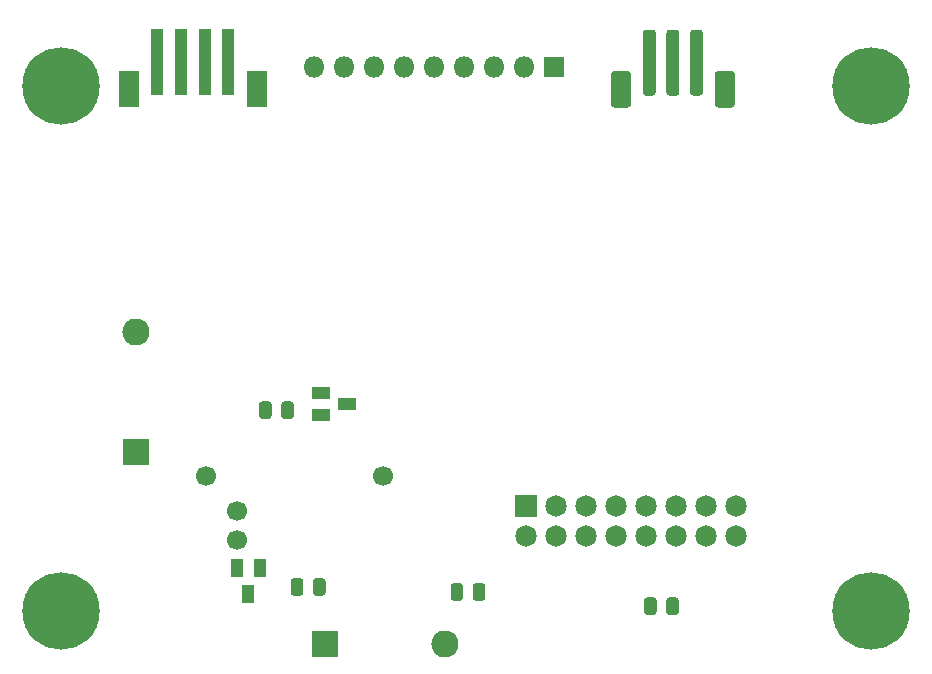
<source format=gbr>
G04 #@! TF.GenerationSoftware,KiCad,Pcbnew,(5.1.6-0-10_14)*
G04 #@! TF.CreationDate,2020-08-18T13:46:32-04:00*
G04 #@! TF.ProjectId,Pufferfish-Interface-2,50756666-6572-4666-9973-682d496e7465,rev?*
G04 #@! TF.SameCoordinates,Original*
G04 #@! TF.FileFunction,Soldermask,Bot*
G04 #@! TF.FilePolarity,Negative*
%FSLAX46Y46*%
G04 Gerber Fmt 4.6, Leading zero omitted, Abs format (unit mm)*
G04 Created by KiCad (PCBNEW (5.1.6-0-10_14)) date 2020-08-18 13:46:32*
%MOMM*%
%LPD*%
G01*
G04 APERTURE LIST*
%ADD10O,1.800000X1.800000*%
%ADD11R,1.800000X1.800000*%
%ADD12C,6.553200*%
%ADD13R,1.500000X1.100000*%
%ADD14R,1.100000X1.500000*%
%ADD15O,2.300000X2.300000*%
%ADD16R,2.300000X2.300000*%
%ADD17R,1.700000X3.100000*%
%ADD18R,1.100000X5.600000*%
%ADD19R,1.825000X1.825000*%
%ADD20C,1.825000*%
%ADD21C,1.700000*%
G04 APERTURE END LIST*
D10*
X17619980Y-4711700D03*
X20159980Y-4711700D03*
X22699980Y-4711700D03*
X25239980Y-4711700D03*
X27779980Y-4711700D03*
X30319980Y-4711700D03*
X32859980Y-4711700D03*
X35399980Y-4711700D03*
D11*
X37939980Y-4711700D03*
D12*
X-3810000Y-6350000D03*
X-3810000Y-50800000D03*
X64770000Y-50800000D03*
X64770000Y-6350000D03*
D13*
X20376060Y-33258760D03*
X18176060Y-32308760D03*
X18176060Y-34208760D03*
D14*
X12070120Y-49355100D03*
X13020120Y-47155100D03*
X11120120Y-47155100D03*
G36*
G01*
X14037600Y-33282970D02*
X14037600Y-34245470D01*
G75*
G02*
X13768850Y-34514220I-268750J0D01*
G01*
X13231350Y-34514220D01*
G75*
G02*
X12962600Y-34245470I0J268750D01*
G01*
X12962600Y-33282970D01*
G75*
G02*
X13231350Y-33014220I268750J0D01*
G01*
X13768850Y-33014220D01*
G75*
G02*
X14037600Y-33282970I0J-268750D01*
G01*
G37*
G36*
G01*
X15912600Y-33282970D02*
X15912600Y-34245470D01*
G75*
G02*
X15643850Y-34514220I-268750J0D01*
G01*
X15106350Y-34514220D01*
G75*
G02*
X14837600Y-34245470I0J268750D01*
G01*
X14837600Y-33282970D01*
G75*
G02*
X15106350Y-33014220I268750J0D01*
G01*
X15643850Y-33014220D01*
G75*
G02*
X15912600Y-33282970I0J-268750D01*
G01*
G37*
G36*
G01*
X17524680Y-49216230D02*
X17524680Y-48253730D01*
G75*
G02*
X17793430Y-47984980I268750J0D01*
G01*
X18330930Y-47984980D01*
G75*
G02*
X18599680Y-48253730I0J-268750D01*
G01*
X18599680Y-49216230D01*
G75*
G02*
X18330930Y-49484980I-268750J0D01*
G01*
X17793430Y-49484980D01*
G75*
G02*
X17524680Y-49216230I0J268750D01*
G01*
G37*
G36*
G01*
X15649680Y-49216230D02*
X15649680Y-48253730D01*
G75*
G02*
X15918430Y-47984980I268750J0D01*
G01*
X16455930Y-47984980D01*
G75*
G02*
X16724680Y-48253730I0J-268750D01*
G01*
X16724680Y-49216230D01*
G75*
G02*
X16455930Y-49484980I-268750J0D01*
G01*
X15918430Y-49484980D01*
G75*
G02*
X15649680Y-49216230I0J268750D01*
G01*
G37*
D15*
X2540000Y-27178000D03*
D16*
X2540000Y-37338000D03*
X18542000Y-53594000D03*
D15*
X28702000Y-53594000D03*
G36*
G01*
X49456000Y-6867000D02*
X49456000Y-1817000D01*
G75*
G02*
X49731000Y-1542000I275000J0D01*
G01*
X50281000Y-1542000D01*
G75*
G02*
X50556000Y-1817000I0J-275000D01*
G01*
X50556000Y-6867000D01*
G75*
G02*
X50281000Y-7142000I-275000J0D01*
G01*
X49731000Y-7142000D01*
G75*
G02*
X49456000Y-6867000I0J275000D01*
G01*
G37*
G36*
G01*
X45456000Y-6867000D02*
X45456000Y-1817000D01*
G75*
G02*
X45731000Y-1542000I275000J0D01*
G01*
X46281000Y-1542000D01*
G75*
G02*
X46556000Y-1817000I0J-275000D01*
G01*
X46556000Y-6867000D01*
G75*
G02*
X46281000Y-7142000I-275000J0D01*
G01*
X45731000Y-7142000D01*
G75*
G02*
X45456000Y-6867000I0J275000D01*
G01*
G37*
G36*
G01*
X47456000Y-6867000D02*
X47456000Y-1817000D01*
G75*
G02*
X47731000Y-1542000I275000J0D01*
G01*
X48281000Y-1542000D01*
G75*
G02*
X48556000Y-1817000I0J-275000D01*
G01*
X48556000Y-6867000D01*
G75*
G02*
X48281000Y-7142000I-275000J0D01*
G01*
X47731000Y-7142000D01*
G75*
G02*
X47456000Y-6867000I0J275000D01*
G01*
G37*
G36*
G01*
X42756000Y-7876800D02*
X42756000Y-5307200D01*
G75*
G02*
X43021200Y-5042000I265200J0D01*
G01*
X44190800Y-5042000D01*
G75*
G02*
X44456000Y-5307200I0J-265200D01*
G01*
X44456000Y-7876800D01*
G75*
G02*
X44190800Y-8142000I-265200J0D01*
G01*
X43021200Y-8142000D01*
G75*
G02*
X42756000Y-7876800I0J265200D01*
G01*
G37*
G36*
G01*
X51556000Y-7876800D02*
X51556000Y-5307200D01*
G75*
G02*
X51821200Y-5042000I265200J0D01*
G01*
X52990800Y-5042000D01*
G75*
G02*
X53256000Y-5307200I0J-265200D01*
G01*
X53256000Y-7876800D01*
G75*
G02*
X52990800Y-8142000I-265200J0D01*
G01*
X51821200Y-8142000D01*
G75*
G02*
X51556000Y-7876800I0J265200D01*
G01*
G37*
D17*
X12766000Y-6568000D03*
X1966000Y-6568000D03*
D18*
X10366000Y-4318000D03*
X4366000Y-4318000D03*
X8366000Y-4318000D03*
X6366000Y-4318000D03*
G36*
G01*
X30252720Y-48670290D02*
X30252720Y-49632790D01*
G75*
G02*
X29983970Y-49901540I-268750J0D01*
G01*
X29446470Y-49901540D01*
G75*
G02*
X29177720Y-49632790I0J268750D01*
G01*
X29177720Y-48670290D01*
G75*
G02*
X29446470Y-48401540I268750J0D01*
G01*
X29983970Y-48401540D01*
G75*
G02*
X30252720Y-48670290I0J-268750D01*
G01*
G37*
G36*
G01*
X32127720Y-48670290D02*
X32127720Y-49632790D01*
G75*
G02*
X31858970Y-49901540I-268750J0D01*
G01*
X31321470Y-49901540D01*
G75*
G02*
X31052720Y-49632790I0J268750D01*
G01*
X31052720Y-48670290D01*
G75*
G02*
X31321470Y-48401540I268750J0D01*
G01*
X31858970Y-48401540D01*
G75*
G02*
X32127720Y-48670290I0J-268750D01*
G01*
G37*
G36*
G01*
X46632940Y-49874250D02*
X46632940Y-50836750D01*
G75*
G02*
X46364190Y-51105500I-268750J0D01*
G01*
X45826690Y-51105500D01*
G75*
G02*
X45557940Y-50836750I0J268750D01*
G01*
X45557940Y-49874250D01*
G75*
G02*
X45826690Y-49605500I268750J0D01*
G01*
X46364190Y-49605500D01*
G75*
G02*
X46632940Y-49874250I0J-268750D01*
G01*
G37*
G36*
G01*
X48507940Y-49874250D02*
X48507940Y-50836750D01*
G75*
G02*
X48239190Y-51105500I-268750J0D01*
G01*
X47701690Y-51105500D01*
G75*
G02*
X47432940Y-50836750I0J268750D01*
G01*
X47432940Y-49874250D01*
G75*
G02*
X47701690Y-49605500I268750J0D01*
G01*
X48239190Y-49605500D01*
G75*
G02*
X48507940Y-49874250I0J-268750D01*
G01*
G37*
D19*
X35560000Y-41910000D03*
D20*
X35560000Y-44450000D03*
X38100000Y-41910000D03*
X38100000Y-44450000D03*
X40640000Y-41910000D03*
X40640000Y-44450000D03*
X43180000Y-41910000D03*
X43180000Y-44450000D03*
X45720000Y-41910000D03*
X45720000Y-44450000D03*
X48260000Y-41910000D03*
X48260000Y-44450000D03*
X50800000Y-41910000D03*
X50800000Y-44450000D03*
X53340000Y-41910000D03*
X53340000Y-44450000D03*
D21*
X11102000Y-44770000D03*
X11102000Y-42270000D03*
X8502000Y-39370000D03*
X23502000Y-39370000D03*
M02*

</source>
